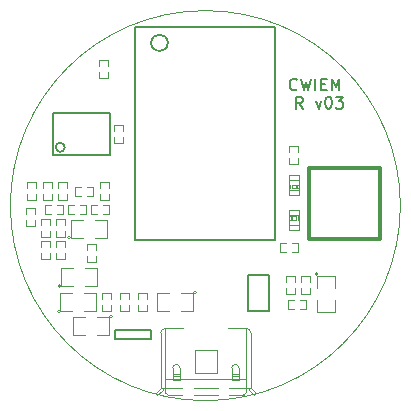
<source format=gto>
G04 (created by PCBNEW (2013-07-07 BZR 4022)-stable) date 3/22/2015 8:37:17 PM*
%MOIN*%
G04 Gerber Fmt 3.4, Leading zero omitted, Abs format*
%FSLAX34Y34*%
G01*
G70*
G90*
G04 APERTURE LIST*
%ADD10C,0.00590551*%
%ADD11C,0.006*%
%ADD12C,0.00393701*%
%ADD13C,0.008*%
%ADD14C,0.0118*%
%ADD15C,0.005*%
%ADD16C,0.0039*%
%ADD17C,0.0028*%
%ADD18C,0.0026*%
%ADD19C,0.004*%
%ADD20C,0.002*%
G04 APERTURE END LIST*
G54D10*
G54D11*
X81056Y-48120D02*
X81037Y-48139D01*
X80981Y-48158D01*
X80944Y-48158D01*
X80888Y-48139D01*
X80851Y-48102D01*
X80832Y-48065D01*
X80814Y-47990D01*
X80814Y-47934D01*
X80832Y-47860D01*
X80851Y-47823D01*
X80888Y-47786D01*
X80944Y-47767D01*
X80981Y-47767D01*
X81037Y-47786D01*
X81056Y-47804D01*
X81186Y-47767D02*
X81279Y-48158D01*
X81353Y-47879D01*
X81428Y-48158D01*
X81521Y-47767D01*
X81669Y-48158D02*
X81669Y-47767D01*
X81855Y-47953D02*
X81985Y-47953D01*
X82041Y-48158D02*
X81855Y-48158D01*
X81855Y-47767D01*
X82041Y-47767D01*
X82209Y-48158D02*
X82209Y-47767D01*
X82339Y-48046D01*
X82469Y-47767D01*
X82469Y-48158D01*
X81251Y-48764D02*
X81121Y-48578D01*
X81028Y-48764D02*
X81028Y-48374D01*
X81176Y-48374D01*
X81214Y-48392D01*
X81232Y-48411D01*
X81251Y-48448D01*
X81251Y-48504D01*
X81232Y-48541D01*
X81214Y-48560D01*
X81176Y-48578D01*
X81028Y-48578D01*
X81679Y-48504D02*
X81772Y-48764D01*
X81865Y-48504D01*
X82088Y-48374D02*
X82125Y-48374D01*
X82162Y-48392D01*
X82181Y-48411D01*
X82199Y-48448D01*
X82218Y-48523D01*
X82218Y-48616D01*
X82199Y-48690D01*
X82181Y-48727D01*
X82162Y-48746D01*
X82125Y-48764D01*
X82088Y-48764D01*
X82051Y-48746D01*
X82032Y-48727D01*
X82013Y-48690D01*
X81995Y-48616D01*
X81995Y-48523D01*
X82013Y-48448D01*
X82032Y-48411D01*
X82051Y-48392D01*
X82088Y-48374D01*
X82348Y-48374D02*
X82590Y-48374D01*
X82460Y-48523D01*
X82516Y-48523D01*
X82553Y-48541D01*
X82571Y-48560D01*
X82590Y-48597D01*
X82590Y-48690D01*
X82571Y-48727D01*
X82553Y-48746D01*
X82516Y-48764D01*
X82404Y-48764D01*
X82367Y-48746D01*
X82348Y-48727D01*
G54D12*
X84500Y-52000D02*
G75*
G03X84500Y-52000I-6500J0D01*
G74*
G01*
G54D13*
X72910Y-48905D02*
X74810Y-48905D01*
X74810Y-48905D02*
X74810Y-50305D01*
X74810Y-50305D02*
X72910Y-50305D01*
X72910Y-50305D02*
X72910Y-48905D01*
X73310Y-50055D02*
G75*
G03X73310Y-50055I-150J0D01*
G74*
G01*
G54D14*
X81469Y-53106D02*
X81469Y-50744D01*
X81469Y-50744D02*
X83831Y-50744D01*
X83831Y-50744D02*
X83831Y-53106D01*
X83831Y-53106D02*
X81469Y-53106D01*
G54D15*
X76200Y-56450D02*
X75000Y-56450D01*
X75000Y-56450D02*
X75000Y-56150D01*
X75000Y-56150D02*
X76200Y-56150D01*
X76200Y-56150D02*
X76200Y-56450D01*
X80135Y-55500D02*
X79435Y-55500D01*
X79435Y-55500D02*
X79435Y-54300D01*
X79435Y-54300D02*
X80135Y-54300D01*
X80135Y-54300D02*
X80135Y-55500D01*
G54D16*
X77700Y-54900D02*
G75*
G03X77700Y-54900I-50J0D01*
G74*
G01*
X77200Y-54900D02*
X77600Y-54900D01*
X77600Y-54900D02*
X77600Y-55500D01*
X77600Y-55500D02*
X77200Y-55500D01*
X76800Y-55500D02*
X76400Y-55500D01*
X76400Y-55500D02*
X76400Y-54900D01*
X76400Y-54900D02*
X76800Y-54900D01*
X73510Y-53070D02*
G75*
G03X73510Y-53070I-50J0D01*
G74*
G01*
X73910Y-53070D02*
X73510Y-53070D01*
X73510Y-53070D02*
X73510Y-52470D01*
X73510Y-52470D02*
X73910Y-52470D01*
X74310Y-52470D02*
X74710Y-52470D01*
X74710Y-52470D02*
X74710Y-53070D01*
X74710Y-53070D02*
X74310Y-53070D01*
X74900Y-55700D02*
G75*
G03X74900Y-55700I-50J0D01*
G74*
G01*
X74400Y-55700D02*
X74800Y-55700D01*
X74800Y-55700D02*
X74800Y-56300D01*
X74800Y-56300D02*
X74400Y-56300D01*
X74000Y-56300D02*
X73600Y-56300D01*
X73600Y-56300D02*
X73600Y-55700D01*
X73600Y-55700D02*
X74000Y-55700D01*
X73170Y-55515D02*
G75*
G03X73170Y-55515I-50J0D01*
G74*
G01*
X73570Y-55515D02*
X73170Y-55515D01*
X73170Y-55515D02*
X73170Y-54915D01*
X73170Y-54915D02*
X73570Y-54915D01*
X73970Y-54915D02*
X74370Y-54915D01*
X74370Y-54915D02*
X74370Y-55515D01*
X74370Y-55515D02*
X73970Y-55515D01*
X73180Y-54670D02*
G75*
G03X73180Y-54670I-50J0D01*
G74*
G01*
X73580Y-54670D02*
X73180Y-54670D01*
X73180Y-54670D02*
X73180Y-54070D01*
X73180Y-54070D02*
X73580Y-54070D01*
X73980Y-54070D02*
X74380Y-54070D01*
X74380Y-54070D02*
X74380Y-54670D01*
X74380Y-54670D02*
X73980Y-54670D01*
X81755Y-54280D02*
G75*
G03X81755Y-54280I-50J0D01*
G74*
G01*
X81705Y-54730D02*
X81705Y-54330D01*
X81705Y-54330D02*
X82305Y-54330D01*
X82305Y-54330D02*
X82305Y-54730D01*
X82305Y-55130D02*
X82305Y-55530D01*
X82305Y-55530D02*
X81705Y-55530D01*
X81705Y-55530D02*
X81705Y-55130D01*
G54D17*
X73320Y-52630D02*
X73320Y-52430D01*
X73320Y-52430D02*
X73020Y-52430D01*
X73020Y-52430D02*
X73020Y-52630D01*
X73320Y-52830D02*
X73320Y-53030D01*
X73320Y-53030D02*
X73020Y-53030D01*
X73020Y-53030D02*
X73020Y-52830D01*
X72810Y-52630D02*
X72810Y-52430D01*
X72810Y-52430D02*
X72510Y-52430D01*
X72510Y-52430D02*
X72510Y-52630D01*
X72810Y-52830D02*
X72810Y-53030D01*
X72810Y-53030D02*
X72510Y-53030D01*
X72510Y-53030D02*
X72510Y-52830D01*
X80985Y-54545D02*
X80985Y-54345D01*
X80985Y-54345D02*
X80685Y-54345D01*
X80685Y-54345D02*
X80685Y-54545D01*
X80985Y-54745D02*
X80985Y-54945D01*
X80985Y-54945D02*
X80685Y-54945D01*
X80685Y-54945D02*
X80685Y-54745D01*
X73390Y-51400D02*
X73390Y-51200D01*
X73390Y-51200D02*
X73090Y-51200D01*
X73090Y-51200D02*
X73090Y-51400D01*
X73390Y-51600D02*
X73390Y-51800D01*
X73390Y-51800D02*
X73090Y-51800D01*
X73090Y-51800D02*
X73090Y-51600D01*
X72310Y-52270D02*
X72310Y-52070D01*
X72310Y-52070D02*
X72010Y-52070D01*
X72010Y-52070D02*
X72010Y-52270D01*
X72310Y-52470D02*
X72310Y-52670D01*
X72310Y-52670D02*
X72010Y-52670D01*
X72010Y-52670D02*
X72010Y-52470D01*
X75450Y-55100D02*
X75450Y-54900D01*
X75450Y-54900D02*
X75150Y-54900D01*
X75150Y-54900D02*
X75150Y-55100D01*
X75450Y-55300D02*
X75450Y-55500D01*
X75450Y-55500D02*
X75150Y-55500D01*
X75150Y-55500D02*
X75150Y-55300D01*
X80945Y-55140D02*
X80745Y-55140D01*
X80745Y-55140D02*
X80745Y-55440D01*
X80745Y-55440D02*
X80945Y-55440D01*
X81145Y-55140D02*
X81345Y-55140D01*
X81345Y-55140D02*
X81345Y-55440D01*
X81345Y-55440D02*
X81145Y-55440D01*
X72880Y-51400D02*
X72880Y-51200D01*
X72880Y-51200D02*
X72580Y-51200D01*
X72580Y-51200D02*
X72580Y-51400D01*
X72880Y-51600D02*
X72880Y-51800D01*
X72880Y-51800D02*
X72580Y-51800D01*
X72580Y-51800D02*
X72580Y-51600D01*
X80900Y-53550D02*
X81100Y-53550D01*
X81100Y-53550D02*
X81100Y-53250D01*
X81100Y-53250D02*
X80900Y-53250D01*
X80700Y-53550D02*
X80500Y-53550D01*
X80500Y-53550D02*
X80500Y-53250D01*
X80500Y-53250D02*
X80700Y-53250D01*
X80800Y-50410D02*
X80800Y-50610D01*
X80800Y-50610D02*
X81100Y-50610D01*
X81100Y-50610D02*
X81100Y-50410D01*
X80800Y-50210D02*
X80800Y-50010D01*
X80800Y-50010D02*
X81100Y-50010D01*
X81100Y-50010D02*
X81100Y-50210D01*
X73820Y-52270D02*
X74020Y-52270D01*
X74020Y-52270D02*
X74020Y-51970D01*
X74020Y-51970D02*
X73820Y-51970D01*
X73620Y-52270D02*
X73420Y-52270D01*
X73420Y-52270D02*
X73420Y-51970D01*
X73420Y-51970D02*
X73620Y-51970D01*
X74375Y-51969D02*
X74175Y-51969D01*
X74175Y-51969D02*
X74175Y-52269D01*
X74175Y-52269D02*
X74375Y-52269D01*
X74575Y-51969D02*
X74775Y-51969D01*
X74775Y-51969D02*
X74775Y-52269D01*
X74775Y-52269D02*
X74575Y-52269D01*
X75750Y-55300D02*
X75750Y-55500D01*
X75750Y-55500D02*
X76050Y-55500D01*
X76050Y-55500D02*
X76050Y-55300D01*
X75750Y-55100D02*
X75750Y-54900D01*
X75750Y-54900D02*
X76050Y-54900D01*
X76050Y-54900D02*
X76050Y-55100D01*
X81495Y-54545D02*
X81495Y-54345D01*
X81495Y-54345D02*
X81195Y-54345D01*
X81195Y-54345D02*
X81195Y-54545D01*
X81495Y-54745D02*
X81495Y-54945D01*
X81495Y-54945D02*
X81195Y-54945D01*
X81195Y-54945D02*
X81195Y-54745D01*
X74550Y-55300D02*
X74550Y-55500D01*
X74550Y-55500D02*
X74850Y-55500D01*
X74850Y-55500D02*
X74850Y-55300D01*
X74550Y-55100D02*
X74550Y-54900D01*
X74550Y-54900D02*
X74850Y-54900D01*
X74850Y-54900D02*
X74850Y-55100D01*
X74778Y-51421D02*
X74778Y-51221D01*
X74778Y-51221D02*
X74478Y-51221D01*
X74478Y-51221D02*
X74478Y-51421D01*
X74778Y-51621D02*
X74778Y-51821D01*
X74778Y-51821D02*
X74478Y-51821D01*
X74478Y-51821D02*
X74478Y-51621D01*
X73844Y-51389D02*
X73644Y-51389D01*
X73644Y-51389D02*
X73644Y-51689D01*
X73644Y-51689D02*
X73844Y-51689D01*
X74044Y-51389D02*
X74244Y-51389D01*
X74244Y-51389D02*
X74244Y-51689D01*
X74244Y-51689D02*
X74044Y-51689D01*
X74350Y-53478D02*
X74350Y-53278D01*
X74350Y-53278D02*
X74050Y-53278D01*
X74050Y-53278D02*
X74050Y-53478D01*
X74350Y-53678D02*
X74350Y-53878D01*
X74350Y-53878D02*
X74050Y-53878D01*
X74050Y-53878D02*
X74050Y-53678D01*
X72341Y-51406D02*
X72341Y-51206D01*
X72341Y-51206D02*
X72041Y-51206D01*
X72041Y-51206D02*
X72041Y-51406D01*
X72341Y-51606D02*
X72341Y-51806D01*
X72341Y-51806D02*
X72041Y-51806D01*
X72041Y-51806D02*
X72041Y-51606D01*
X72520Y-53590D02*
X72520Y-53790D01*
X72520Y-53790D02*
X72820Y-53790D01*
X72820Y-53790D02*
X72820Y-53590D01*
X72520Y-53390D02*
X72520Y-53190D01*
X72520Y-53190D02*
X72820Y-53190D01*
X72820Y-53190D02*
X72820Y-53390D01*
X73020Y-53590D02*
X73020Y-53790D01*
X73020Y-53790D02*
X73320Y-53790D01*
X73320Y-53790D02*
X73320Y-53590D01*
X73020Y-53390D02*
X73020Y-53190D01*
X73020Y-53190D02*
X73320Y-53190D01*
X73320Y-53190D02*
X73320Y-53390D01*
X73040Y-52270D02*
X73240Y-52270D01*
X73240Y-52270D02*
X73240Y-51970D01*
X73240Y-51970D02*
X73040Y-51970D01*
X72840Y-52270D02*
X72640Y-52270D01*
X72640Y-52270D02*
X72640Y-51970D01*
X72640Y-51970D02*
X72840Y-51970D01*
X74445Y-47545D02*
X74445Y-47745D01*
X74445Y-47745D02*
X74745Y-47745D01*
X74745Y-47745D02*
X74745Y-47545D01*
X74445Y-47345D02*
X74445Y-47145D01*
X74445Y-47145D02*
X74745Y-47145D01*
X74745Y-47145D02*
X74745Y-47345D01*
X75260Y-49509D02*
X75260Y-49309D01*
X75260Y-49309D02*
X74960Y-49309D01*
X74960Y-49309D02*
X74960Y-49509D01*
X75260Y-49709D02*
X75260Y-49909D01*
X75260Y-49909D02*
X74960Y-49909D01*
X74960Y-49909D02*
X74960Y-49709D01*
G54D18*
X81127Y-51487D02*
X80773Y-51487D01*
X80773Y-51487D02*
X80773Y-51644D01*
X81127Y-51644D02*
X80773Y-51644D01*
X81127Y-51487D02*
X81127Y-51644D01*
X81127Y-50976D02*
X80773Y-50976D01*
X80773Y-50976D02*
X80773Y-51133D01*
X81127Y-51133D02*
X80773Y-51133D01*
X81127Y-50976D02*
X81127Y-51133D01*
X81127Y-51310D02*
X81068Y-51310D01*
X81068Y-51310D02*
X81068Y-51428D01*
X81127Y-51428D02*
X81068Y-51428D01*
X81127Y-51310D02*
X81127Y-51428D01*
X80832Y-51310D02*
X80773Y-51310D01*
X80773Y-51310D02*
X80773Y-51428D01*
X80832Y-51428D02*
X80773Y-51428D01*
X80832Y-51310D02*
X80832Y-51428D01*
X81009Y-51310D02*
X80891Y-51310D01*
X80891Y-51310D02*
X80891Y-51428D01*
X81009Y-51428D02*
X80891Y-51428D01*
X81009Y-51310D02*
X81009Y-51428D01*
G54D19*
X81107Y-51487D02*
X81107Y-51133D01*
X80793Y-51487D02*
X80793Y-51133D01*
G54D18*
X80783Y-52303D02*
X81137Y-52303D01*
X81137Y-52303D02*
X81137Y-52146D01*
X80783Y-52146D02*
X81137Y-52146D01*
X80783Y-52303D02*
X80783Y-52146D01*
X80783Y-52814D02*
X81137Y-52814D01*
X81137Y-52814D02*
X81137Y-52657D01*
X80783Y-52657D02*
X81137Y-52657D01*
X80783Y-52814D02*
X80783Y-52657D01*
X80783Y-52480D02*
X80842Y-52480D01*
X80842Y-52480D02*
X80842Y-52362D01*
X80783Y-52362D02*
X80842Y-52362D01*
X80783Y-52480D02*
X80783Y-52362D01*
X81078Y-52480D02*
X81137Y-52480D01*
X81137Y-52480D02*
X81137Y-52362D01*
X81078Y-52362D02*
X81137Y-52362D01*
X81078Y-52480D02*
X81078Y-52362D01*
X80901Y-52480D02*
X81019Y-52480D01*
X81019Y-52480D02*
X81019Y-52362D01*
X80901Y-52362D02*
X81019Y-52362D01*
X80901Y-52480D02*
X80901Y-52362D01*
G54D19*
X80803Y-52303D02*
X80803Y-52657D01*
X81117Y-52303D02*
X81117Y-52657D01*
G54D10*
X75662Y-46043D02*
X75662Y-53130D01*
X75662Y-53130D02*
X80308Y-53130D01*
X80308Y-46043D02*
X80308Y-53130D01*
X75662Y-46043D02*
X80308Y-46043D01*
X76748Y-46575D02*
G75*
G03X76748Y-46575I-278J0D01*
G74*
G01*
G54D20*
X79115Y-57412D02*
G75*
G03X78996Y-57293I-119J0D01*
G74*
G01*
X78996Y-57294D02*
G75*
G03X78878Y-57412I0J-118D01*
G74*
G01*
X77147Y-57412D02*
G75*
G03X77028Y-57293I-119J0D01*
G74*
G01*
X77028Y-57294D02*
G75*
G03X76910Y-57412I0J-118D01*
G74*
G01*
X79114Y-57825D02*
X79114Y-57412D01*
X78878Y-57825D02*
X78878Y-57412D01*
X77146Y-57825D02*
X77146Y-57412D01*
X76910Y-57825D02*
X76910Y-57412D01*
X78878Y-57628D02*
X79114Y-57628D01*
X76910Y-57628D02*
X77146Y-57628D01*
X78878Y-57667D02*
X79114Y-57667D01*
X76910Y-57667D02*
X77146Y-57667D01*
X78878Y-57825D02*
X79114Y-57825D01*
X76910Y-57825D02*
X77146Y-57825D01*
X79626Y-58317D02*
X79685Y-58258D01*
X79626Y-58317D02*
X79449Y-58140D01*
X79449Y-58140D02*
X79449Y-58081D01*
X76339Y-58258D02*
X76398Y-58317D01*
X76398Y-58317D02*
X76575Y-58140D01*
X76575Y-58140D02*
X76575Y-58081D01*
X79508Y-58081D02*
X79685Y-58258D01*
X76516Y-58081D02*
X76339Y-58258D01*
X78799Y-58081D02*
X79508Y-58081D01*
X77618Y-58081D02*
X78406Y-58081D01*
X76516Y-58081D02*
X77225Y-58081D01*
X76654Y-58199D02*
G75*
G03X76752Y-58297I98J0D01*
G74*
G01*
X79272Y-58297D02*
G75*
G03X79370Y-58199I0J98D01*
G74*
G01*
X78799Y-58297D02*
X79272Y-58297D01*
X77618Y-58297D02*
X78406Y-58297D01*
X76752Y-58297D02*
X77225Y-58297D01*
X79370Y-57766D02*
X79370Y-58199D01*
X76654Y-57766D02*
X76654Y-58199D01*
X76516Y-56230D02*
X76516Y-58081D01*
X79508Y-56230D02*
X79508Y-58081D01*
X76654Y-56092D02*
G75*
G03X76516Y-56230I0J-138D01*
G74*
G01*
X79507Y-56230D02*
G75*
G03X79370Y-56093I-137J0D01*
G74*
G01*
G54D16*
X76654Y-56093D02*
X77264Y-56093D01*
X79370Y-56093D02*
X78760Y-56093D01*
X76654Y-57766D02*
X76654Y-56093D01*
X79370Y-57766D02*
X79370Y-56093D01*
X76654Y-57766D02*
X79370Y-57766D01*
G54D20*
X77638Y-56821D02*
X78386Y-56821D01*
X78386Y-56821D02*
X78386Y-57569D01*
X78386Y-57569D02*
X77638Y-57569D01*
X77638Y-57569D02*
X77638Y-56821D01*
M02*

</source>
